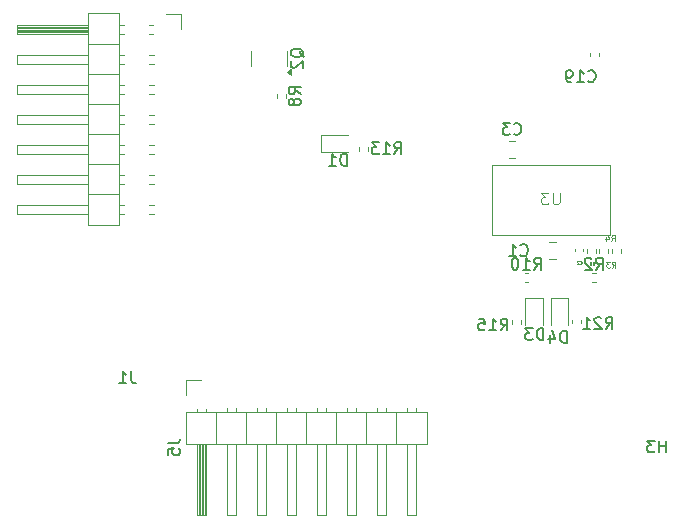
<source format=gbr>
%TF.GenerationSoftware,KiCad,Pcbnew,9.0.0-9.0.0-2~ubuntu22.04.1*%
%TF.CreationDate,2025-03-23T14:57:04+01:00*%
%TF.ProjectId,PCB_Module_Payement,5043425f-4d6f-4647-956c-655f50617965,rev?*%
%TF.SameCoordinates,Original*%
%TF.FileFunction,Legend,Bot*%
%TF.FilePolarity,Positive*%
%FSLAX46Y46*%
G04 Gerber Fmt 4.6, Leading zero omitted, Abs format (unit mm)*
G04 Created by KiCad (PCBNEW 9.0.0-9.0.0-2~ubuntu22.04.1) date 2025-03-23 14:57:04*
%MOMM*%
%LPD*%
G01*
G04 APERTURE LIST*
%ADD10C,0.150000*%
%ADD11C,0.125000*%
%ADD12C,0.100000*%
%ADD13C,0.062500*%
%ADD14C,0.120000*%
G04 APERTURE END LIST*
D10*
X182741904Y-125014819D02*
X182741904Y-124014819D01*
X182741904Y-124491009D02*
X182170476Y-124491009D01*
X182170476Y-125014819D02*
X182170476Y-124014819D01*
X181789523Y-124014819D02*
X181170476Y-124014819D01*
X181170476Y-124014819D02*
X181503809Y-124395771D01*
X181503809Y-124395771D02*
X181360952Y-124395771D01*
X181360952Y-124395771D02*
X181265714Y-124443390D01*
X181265714Y-124443390D02*
X181218095Y-124491009D01*
X181218095Y-124491009D02*
X181170476Y-124586247D01*
X181170476Y-124586247D02*
X181170476Y-124824342D01*
X181170476Y-124824342D02*
X181218095Y-124919580D01*
X181218095Y-124919580D02*
X181265714Y-124967200D01*
X181265714Y-124967200D02*
X181360952Y-125014819D01*
X181360952Y-125014819D02*
X181646666Y-125014819D01*
X181646666Y-125014819D02*
X181741904Y-124967200D01*
X181741904Y-124967200D02*
X181789523Y-124919580D01*
X168762857Y-114684819D02*
X169096190Y-114208628D01*
X169334285Y-114684819D02*
X169334285Y-113684819D01*
X169334285Y-113684819D02*
X168953333Y-113684819D01*
X168953333Y-113684819D02*
X168858095Y-113732438D01*
X168858095Y-113732438D02*
X168810476Y-113780057D01*
X168810476Y-113780057D02*
X168762857Y-113875295D01*
X168762857Y-113875295D02*
X168762857Y-114018152D01*
X168762857Y-114018152D02*
X168810476Y-114113390D01*
X168810476Y-114113390D02*
X168858095Y-114161009D01*
X168858095Y-114161009D02*
X168953333Y-114208628D01*
X168953333Y-114208628D02*
X169334285Y-114208628D01*
X167810476Y-114684819D02*
X168381904Y-114684819D01*
X168096190Y-114684819D02*
X168096190Y-113684819D01*
X168096190Y-113684819D02*
X168191428Y-113827676D01*
X168191428Y-113827676D02*
X168286666Y-113922914D01*
X168286666Y-113922914D02*
X168381904Y-113970533D01*
X166905714Y-113684819D02*
X167381904Y-113684819D01*
X167381904Y-113684819D02*
X167429523Y-114161009D01*
X167429523Y-114161009D02*
X167381904Y-114113390D01*
X167381904Y-114113390D02*
X167286666Y-114065771D01*
X167286666Y-114065771D02*
X167048571Y-114065771D01*
X167048571Y-114065771D02*
X166953333Y-114113390D01*
X166953333Y-114113390D02*
X166905714Y-114161009D01*
X166905714Y-114161009D02*
X166858095Y-114256247D01*
X166858095Y-114256247D02*
X166858095Y-114494342D01*
X166858095Y-114494342D02*
X166905714Y-114589580D01*
X166905714Y-114589580D02*
X166953333Y-114637200D01*
X166953333Y-114637200D02*
X167048571Y-114684819D01*
X167048571Y-114684819D02*
X167286666Y-114684819D01*
X167286666Y-114684819D02*
X167381904Y-114637200D01*
X167381904Y-114637200D02*
X167429523Y-114589580D01*
X176182857Y-93569580D02*
X176230476Y-93617200D01*
X176230476Y-93617200D02*
X176373333Y-93664819D01*
X176373333Y-93664819D02*
X176468571Y-93664819D01*
X176468571Y-93664819D02*
X176611428Y-93617200D01*
X176611428Y-93617200D02*
X176706666Y-93521961D01*
X176706666Y-93521961D02*
X176754285Y-93426723D01*
X176754285Y-93426723D02*
X176801904Y-93236247D01*
X176801904Y-93236247D02*
X176801904Y-93093390D01*
X176801904Y-93093390D02*
X176754285Y-92902914D01*
X176754285Y-92902914D02*
X176706666Y-92807676D01*
X176706666Y-92807676D02*
X176611428Y-92712438D01*
X176611428Y-92712438D02*
X176468571Y-92664819D01*
X176468571Y-92664819D02*
X176373333Y-92664819D01*
X176373333Y-92664819D02*
X176230476Y-92712438D01*
X176230476Y-92712438D02*
X176182857Y-92760057D01*
X175230476Y-93664819D02*
X175801904Y-93664819D01*
X175516190Y-93664819D02*
X175516190Y-92664819D01*
X175516190Y-92664819D02*
X175611428Y-92807676D01*
X175611428Y-92807676D02*
X175706666Y-92902914D01*
X175706666Y-92902914D02*
X175801904Y-92950533D01*
X174754285Y-93664819D02*
X174563809Y-93664819D01*
X174563809Y-93664819D02*
X174468571Y-93617200D01*
X174468571Y-93617200D02*
X174420952Y-93569580D01*
X174420952Y-93569580D02*
X174325714Y-93426723D01*
X174325714Y-93426723D02*
X174278095Y-93236247D01*
X174278095Y-93236247D02*
X174278095Y-92855295D01*
X174278095Y-92855295D02*
X174325714Y-92760057D01*
X174325714Y-92760057D02*
X174373333Y-92712438D01*
X174373333Y-92712438D02*
X174468571Y-92664819D01*
X174468571Y-92664819D02*
X174659047Y-92664819D01*
X174659047Y-92664819D02*
X174754285Y-92712438D01*
X174754285Y-92712438D02*
X174801904Y-92760057D01*
X174801904Y-92760057D02*
X174849523Y-92855295D01*
X174849523Y-92855295D02*
X174849523Y-93093390D01*
X174849523Y-93093390D02*
X174801904Y-93188628D01*
X174801904Y-93188628D02*
X174754285Y-93236247D01*
X174754285Y-93236247D02*
X174659047Y-93283866D01*
X174659047Y-93283866D02*
X174468571Y-93283866D01*
X174468571Y-93283866D02*
X174373333Y-93236247D01*
X174373333Y-93236247D02*
X174325714Y-93188628D01*
X174325714Y-93188628D02*
X174278095Y-93093390D01*
D11*
X178123333Y-107144809D02*
X178289999Y-106906714D01*
X178409047Y-107144809D02*
X178409047Y-106644809D01*
X178409047Y-106644809D02*
X178218571Y-106644809D01*
X178218571Y-106644809D02*
X178170952Y-106668619D01*
X178170952Y-106668619D02*
X178147142Y-106692428D01*
X178147142Y-106692428D02*
X178123333Y-106740047D01*
X178123333Y-106740047D02*
X178123333Y-106811476D01*
X178123333Y-106811476D02*
X178147142Y-106859095D01*
X178147142Y-106859095D02*
X178170952Y-106882904D01*
X178170952Y-106882904D02*
X178218571Y-106906714D01*
X178218571Y-106906714D02*
X178409047Y-106906714D01*
X177694761Y-106811476D02*
X177694761Y-107144809D01*
X177813809Y-106621000D02*
X177932856Y-106978142D01*
X177932856Y-106978142D02*
X177623333Y-106978142D01*
D10*
X159762857Y-99764819D02*
X160096190Y-99288628D01*
X160334285Y-99764819D02*
X160334285Y-98764819D01*
X160334285Y-98764819D02*
X159953333Y-98764819D01*
X159953333Y-98764819D02*
X159858095Y-98812438D01*
X159858095Y-98812438D02*
X159810476Y-98860057D01*
X159810476Y-98860057D02*
X159762857Y-98955295D01*
X159762857Y-98955295D02*
X159762857Y-99098152D01*
X159762857Y-99098152D02*
X159810476Y-99193390D01*
X159810476Y-99193390D02*
X159858095Y-99241009D01*
X159858095Y-99241009D02*
X159953333Y-99288628D01*
X159953333Y-99288628D02*
X160334285Y-99288628D01*
X158810476Y-99764819D02*
X159381904Y-99764819D01*
X159096190Y-99764819D02*
X159096190Y-98764819D01*
X159096190Y-98764819D02*
X159191428Y-98907676D01*
X159191428Y-98907676D02*
X159286666Y-99002914D01*
X159286666Y-99002914D02*
X159381904Y-99050533D01*
X158477142Y-98764819D02*
X157858095Y-98764819D01*
X157858095Y-98764819D02*
X158191428Y-99145771D01*
X158191428Y-99145771D02*
X158048571Y-99145771D01*
X158048571Y-99145771D02*
X157953333Y-99193390D01*
X157953333Y-99193390D02*
X157905714Y-99241009D01*
X157905714Y-99241009D02*
X157858095Y-99336247D01*
X157858095Y-99336247D02*
X157858095Y-99574342D01*
X157858095Y-99574342D02*
X157905714Y-99669580D01*
X157905714Y-99669580D02*
X157953333Y-99717200D01*
X157953333Y-99717200D02*
X158048571Y-99764819D01*
X158048571Y-99764819D02*
X158334285Y-99764819D01*
X158334285Y-99764819D02*
X158429523Y-99717200D01*
X158429523Y-99717200D02*
X158477142Y-99669580D01*
D12*
X173751904Y-103017419D02*
X173751904Y-103826942D01*
X173751904Y-103826942D02*
X173704285Y-103922180D01*
X173704285Y-103922180D02*
X173656666Y-103969800D01*
X173656666Y-103969800D02*
X173561428Y-104017419D01*
X173561428Y-104017419D02*
X173370952Y-104017419D01*
X173370952Y-104017419D02*
X173275714Y-103969800D01*
X173275714Y-103969800D02*
X173228095Y-103922180D01*
X173228095Y-103922180D02*
X173180476Y-103826942D01*
X173180476Y-103826942D02*
X173180476Y-103017419D01*
X172799523Y-103017419D02*
X172180476Y-103017419D01*
X172180476Y-103017419D02*
X172513809Y-103398371D01*
X172513809Y-103398371D02*
X172370952Y-103398371D01*
X172370952Y-103398371D02*
X172275714Y-103445990D01*
X172275714Y-103445990D02*
X172228095Y-103493609D01*
X172228095Y-103493609D02*
X172180476Y-103588847D01*
X172180476Y-103588847D02*
X172180476Y-103826942D01*
X172180476Y-103826942D02*
X172228095Y-103922180D01*
X172228095Y-103922180D02*
X172275714Y-103969800D01*
X172275714Y-103969800D02*
X172370952Y-104017419D01*
X172370952Y-104017419D02*
X172656666Y-104017419D01*
X172656666Y-104017419D02*
X172751904Y-103969800D01*
X172751904Y-103969800D02*
X172799523Y-103922180D01*
D10*
X172368094Y-115504819D02*
X172368094Y-114504819D01*
X172368094Y-114504819D02*
X172129999Y-114504819D01*
X172129999Y-114504819D02*
X171987142Y-114552438D01*
X171987142Y-114552438D02*
X171891904Y-114647676D01*
X171891904Y-114647676D02*
X171844285Y-114742914D01*
X171844285Y-114742914D02*
X171796666Y-114933390D01*
X171796666Y-114933390D02*
X171796666Y-115076247D01*
X171796666Y-115076247D02*
X171844285Y-115266723D01*
X171844285Y-115266723D02*
X171891904Y-115361961D01*
X171891904Y-115361961D02*
X171987142Y-115457200D01*
X171987142Y-115457200D02*
X172129999Y-115504819D01*
X172129999Y-115504819D02*
X172368094Y-115504819D01*
X171463332Y-114504819D02*
X170844285Y-114504819D01*
X170844285Y-114504819D02*
X171177618Y-114885771D01*
X171177618Y-114885771D02*
X171034761Y-114885771D01*
X171034761Y-114885771D02*
X170939523Y-114933390D01*
X170939523Y-114933390D02*
X170891904Y-114981009D01*
X170891904Y-114981009D02*
X170844285Y-115076247D01*
X170844285Y-115076247D02*
X170844285Y-115314342D01*
X170844285Y-115314342D02*
X170891904Y-115409580D01*
X170891904Y-115409580D02*
X170939523Y-115457200D01*
X170939523Y-115457200D02*
X171034761Y-115504819D01*
X171034761Y-115504819D02*
X171320475Y-115504819D01*
X171320475Y-115504819D02*
X171415713Y-115457200D01*
X171415713Y-115457200D02*
X171463332Y-115409580D01*
X151824819Y-94683333D02*
X151348628Y-94350000D01*
X151824819Y-94111905D02*
X150824819Y-94111905D01*
X150824819Y-94111905D02*
X150824819Y-94492857D01*
X150824819Y-94492857D02*
X150872438Y-94588095D01*
X150872438Y-94588095D02*
X150920057Y-94635714D01*
X150920057Y-94635714D02*
X151015295Y-94683333D01*
X151015295Y-94683333D02*
X151158152Y-94683333D01*
X151158152Y-94683333D02*
X151253390Y-94635714D01*
X151253390Y-94635714D02*
X151301009Y-94588095D01*
X151301009Y-94588095D02*
X151348628Y-94492857D01*
X151348628Y-94492857D02*
X151348628Y-94111905D01*
X151253390Y-95254762D02*
X151205771Y-95159524D01*
X151205771Y-95159524D02*
X151158152Y-95111905D01*
X151158152Y-95111905D02*
X151062914Y-95064286D01*
X151062914Y-95064286D02*
X151015295Y-95064286D01*
X151015295Y-95064286D02*
X150920057Y-95111905D01*
X150920057Y-95111905D02*
X150872438Y-95159524D01*
X150872438Y-95159524D02*
X150824819Y-95254762D01*
X150824819Y-95254762D02*
X150824819Y-95445238D01*
X150824819Y-95445238D02*
X150872438Y-95540476D01*
X150872438Y-95540476D02*
X150920057Y-95588095D01*
X150920057Y-95588095D02*
X151015295Y-95635714D01*
X151015295Y-95635714D02*
X151062914Y-95635714D01*
X151062914Y-95635714D02*
X151158152Y-95588095D01*
X151158152Y-95588095D02*
X151205771Y-95540476D01*
X151205771Y-95540476D02*
X151253390Y-95445238D01*
X151253390Y-95445238D02*
X151253390Y-95254762D01*
X151253390Y-95254762D02*
X151301009Y-95159524D01*
X151301009Y-95159524D02*
X151348628Y-95111905D01*
X151348628Y-95111905D02*
X151443866Y-95064286D01*
X151443866Y-95064286D02*
X151634342Y-95064286D01*
X151634342Y-95064286D02*
X151729580Y-95111905D01*
X151729580Y-95111905D02*
X151777200Y-95159524D01*
X151777200Y-95159524D02*
X151824819Y-95254762D01*
X151824819Y-95254762D02*
X151824819Y-95445238D01*
X151824819Y-95445238D02*
X151777200Y-95540476D01*
X151777200Y-95540476D02*
X151729580Y-95588095D01*
X151729580Y-95588095D02*
X151634342Y-95635714D01*
X151634342Y-95635714D02*
X151443866Y-95635714D01*
X151443866Y-95635714D02*
X151348628Y-95588095D01*
X151348628Y-95588095D02*
X151301009Y-95540476D01*
X151301009Y-95540476D02*
X151253390Y-95445238D01*
D13*
X176541666Y-109122404D02*
X176624999Y-109003357D01*
X176684523Y-109122404D02*
X176684523Y-108872404D01*
X176684523Y-108872404D02*
X176589285Y-108872404D01*
X176589285Y-108872404D02*
X176565475Y-108884309D01*
X176565475Y-108884309D02*
X176553570Y-108896214D01*
X176553570Y-108896214D02*
X176541666Y-108920023D01*
X176541666Y-108920023D02*
X176541666Y-108955738D01*
X176541666Y-108955738D02*
X176553570Y-108979547D01*
X176553570Y-108979547D02*
X176565475Y-108991452D01*
X176565475Y-108991452D02*
X176589285Y-109003357D01*
X176589285Y-109003357D02*
X176684523Y-109003357D01*
X176315475Y-108872404D02*
X176434523Y-108872404D01*
X176434523Y-108872404D02*
X176446427Y-108991452D01*
X176446427Y-108991452D02*
X176434523Y-108979547D01*
X176434523Y-108979547D02*
X176410713Y-108967642D01*
X176410713Y-108967642D02*
X176351189Y-108967642D01*
X176351189Y-108967642D02*
X176327380Y-108979547D01*
X176327380Y-108979547D02*
X176315475Y-108991452D01*
X176315475Y-108991452D02*
X176303570Y-109015261D01*
X176303570Y-109015261D02*
X176303570Y-109074785D01*
X176303570Y-109074785D02*
X176315475Y-109098595D01*
X176315475Y-109098595D02*
X176327380Y-109110500D01*
X176327380Y-109110500D02*
X176351189Y-109122404D01*
X176351189Y-109122404D02*
X176410713Y-109122404D01*
X176410713Y-109122404D02*
X176434523Y-109110500D01*
X176434523Y-109110500D02*
X176446427Y-109098595D01*
D10*
X169876666Y-98029580D02*
X169924285Y-98077200D01*
X169924285Y-98077200D02*
X170067142Y-98124819D01*
X170067142Y-98124819D02*
X170162380Y-98124819D01*
X170162380Y-98124819D02*
X170305237Y-98077200D01*
X170305237Y-98077200D02*
X170400475Y-97981961D01*
X170400475Y-97981961D02*
X170448094Y-97886723D01*
X170448094Y-97886723D02*
X170495713Y-97696247D01*
X170495713Y-97696247D02*
X170495713Y-97553390D01*
X170495713Y-97553390D02*
X170448094Y-97362914D01*
X170448094Y-97362914D02*
X170400475Y-97267676D01*
X170400475Y-97267676D02*
X170305237Y-97172438D01*
X170305237Y-97172438D02*
X170162380Y-97124819D01*
X170162380Y-97124819D02*
X170067142Y-97124819D01*
X170067142Y-97124819D02*
X169924285Y-97172438D01*
X169924285Y-97172438D02*
X169876666Y-97220057D01*
X169543332Y-97124819D02*
X168924285Y-97124819D01*
X168924285Y-97124819D02*
X169257618Y-97505771D01*
X169257618Y-97505771D02*
X169114761Y-97505771D01*
X169114761Y-97505771D02*
X169019523Y-97553390D01*
X169019523Y-97553390D02*
X168971904Y-97601009D01*
X168971904Y-97601009D02*
X168924285Y-97696247D01*
X168924285Y-97696247D02*
X168924285Y-97934342D01*
X168924285Y-97934342D02*
X168971904Y-98029580D01*
X168971904Y-98029580D02*
X169019523Y-98077200D01*
X169019523Y-98077200D02*
X169114761Y-98124819D01*
X169114761Y-98124819D02*
X169400475Y-98124819D01*
X169400475Y-98124819D02*
X169495713Y-98077200D01*
X169495713Y-98077200D02*
X169543332Y-98029580D01*
X152100057Y-91567261D02*
X152052438Y-91472023D01*
X152052438Y-91472023D02*
X151957200Y-91376785D01*
X151957200Y-91376785D02*
X151814342Y-91233928D01*
X151814342Y-91233928D02*
X151766723Y-91138690D01*
X151766723Y-91138690D02*
X151766723Y-91043452D01*
X152004819Y-91091071D02*
X151957200Y-90995833D01*
X151957200Y-90995833D02*
X151861961Y-90900595D01*
X151861961Y-90900595D02*
X151671485Y-90852976D01*
X151671485Y-90852976D02*
X151338152Y-90852976D01*
X151338152Y-90852976D02*
X151147676Y-90900595D01*
X151147676Y-90900595D02*
X151052438Y-90995833D01*
X151052438Y-90995833D02*
X151004819Y-91091071D01*
X151004819Y-91091071D02*
X151004819Y-91281547D01*
X151004819Y-91281547D02*
X151052438Y-91376785D01*
X151052438Y-91376785D02*
X151147676Y-91472023D01*
X151147676Y-91472023D02*
X151338152Y-91519642D01*
X151338152Y-91519642D02*
X151671485Y-91519642D01*
X151671485Y-91519642D02*
X151861961Y-91472023D01*
X151861961Y-91472023D02*
X151957200Y-91376785D01*
X151957200Y-91376785D02*
X152004819Y-91281547D01*
X152004819Y-91281547D02*
X152004819Y-91091071D01*
X151100057Y-91900595D02*
X151052438Y-91948214D01*
X151052438Y-91948214D02*
X151004819Y-92043452D01*
X151004819Y-92043452D02*
X151004819Y-92281547D01*
X151004819Y-92281547D02*
X151052438Y-92376785D01*
X151052438Y-92376785D02*
X151100057Y-92424404D01*
X151100057Y-92424404D02*
X151195295Y-92472023D01*
X151195295Y-92472023D02*
X151290533Y-92472023D01*
X151290533Y-92472023D02*
X151433390Y-92424404D01*
X151433390Y-92424404D02*
X152004819Y-91852976D01*
X152004819Y-91852976D02*
X152004819Y-92472023D01*
X171592857Y-109534819D02*
X171926190Y-109058628D01*
X172164285Y-109534819D02*
X172164285Y-108534819D01*
X172164285Y-108534819D02*
X171783333Y-108534819D01*
X171783333Y-108534819D02*
X171688095Y-108582438D01*
X171688095Y-108582438D02*
X171640476Y-108630057D01*
X171640476Y-108630057D02*
X171592857Y-108725295D01*
X171592857Y-108725295D02*
X171592857Y-108868152D01*
X171592857Y-108868152D02*
X171640476Y-108963390D01*
X171640476Y-108963390D02*
X171688095Y-109011009D01*
X171688095Y-109011009D02*
X171783333Y-109058628D01*
X171783333Y-109058628D02*
X172164285Y-109058628D01*
X170640476Y-109534819D02*
X171211904Y-109534819D01*
X170926190Y-109534819D02*
X170926190Y-108534819D01*
X170926190Y-108534819D02*
X171021428Y-108677676D01*
X171021428Y-108677676D02*
X171116666Y-108772914D01*
X171116666Y-108772914D02*
X171211904Y-108820533D01*
X170021428Y-108534819D02*
X169926190Y-108534819D01*
X169926190Y-108534819D02*
X169830952Y-108582438D01*
X169830952Y-108582438D02*
X169783333Y-108630057D01*
X169783333Y-108630057D02*
X169735714Y-108725295D01*
X169735714Y-108725295D02*
X169688095Y-108915771D01*
X169688095Y-108915771D02*
X169688095Y-109153866D01*
X169688095Y-109153866D02*
X169735714Y-109344342D01*
X169735714Y-109344342D02*
X169783333Y-109439580D01*
X169783333Y-109439580D02*
X169830952Y-109487200D01*
X169830952Y-109487200D02*
X169926190Y-109534819D01*
X169926190Y-109534819D02*
X170021428Y-109534819D01*
X170021428Y-109534819D02*
X170116666Y-109487200D01*
X170116666Y-109487200D02*
X170164285Y-109439580D01*
X170164285Y-109439580D02*
X170211904Y-109344342D01*
X170211904Y-109344342D02*
X170259523Y-109153866D01*
X170259523Y-109153866D02*
X170259523Y-108915771D01*
X170259523Y-108915771D02*
X170211904Y-108725295D01*
X170211904Y-108725295D02*
X170164285Y-108630057D01*
X170164285Y-108630057D02*
X170116666Y-108582438D01*
X170116666Y-108582438D02*
X170021428Y-108534819D01*
X137478333Y-118159819D02*
X137478333Y-118874104D01*
X137478333Y-118874104D02*
X137525952Y-119016961D01*
X137525952Y-119016961D02*
X137621190Y-119112200D01*
X137621190Y-119112200D02*
X137764047Y-119159819D01*
X137764047Y-119159819D02*
X137859285Y-119159819D01*
X136478333Y-119159819D02*
X137049761Y-119159819D01*
X136764047Y-119159819D02*
X136764047Y-118159819D01*
X136764047Y-118159819D02*
X136859285Y-118302676D01*
X136859285Y-118302676D02*
X136954523Y-118397914D01*
X136954523Y-118397914D02*
X137049761Y-118445533D01*
X140594819Y-124246666D02*
X141309104Y-124246666D01*
X141309104Y-124246666D02*
X141451961Y-124199047D01*
X141451961Y-124199047D02*
X141547200Y-124103809D01*
X141547200Y-124103809D02*
X141594819Y-123960952D01*
X141594819Y-123960952D02*
X141594819Y-123865714D01*
X140594819Y-125199047D02*
X140594819Y-124722857D01*
X140594819Y-124722857D02*
X141071009Y-124675238D01*
X141071009Y-124675238D02*
X141023390Y-124722857D01*
X141023390Y-124722857D02*
X140975771Y-124818095D01*
X140975771Y-124818095D02*
X140975771Y-125056190D01*
X140975771Y-125056190D02*
X141023390Y-125151428D01*
X141023390Y-125151428D02*
X141071009Y-125199047D01*
X141071009Y-125199047D02*
X141166247Y-125246666D01*
X141166247Y-125246666D02*
X141404342Y-125246666D01*
X141404342Y-125246666D02*
X141499580Y-125199047D01*
X141499580Y-125199047D02*
X141547200Y-125151428D01*
X141547200Y-125151428D02*
X141594819Y-125056190D01*
X141594819Y-125056190D02*
X141594819Y-124818095D01*
X141594819Y-124818095D02*
X141547200Y-124722857D01*
X141547200Y-124722857D02*
X141499580Y-124675238D01*
X155738094Y-100734819D02*
X155738094Y-99734819D01*
X155738094Y-99734819D02*
X155499999Y-99734819D01*
X155499999Y-99734819D02*
X155357142Y-99782438D01*
X155357142Y-99782438D02*
X155261904Y-99877676D01*
X155261904Y-99877676D02*
X155214285Y-99972914D01*
X155214285Y-99972914D02*
X155166666Y-100163390D01*
X155166666Y-100163390D02*
X155166666Y-100306247D01*
X155166666Y-100306247D02*
X155214285Y-100496723D01*
X155214285Y-100496723D02*
X155261904Y-100591961D01*
X155261904Y-100591961D02*
X155357142Y-100687200D01*
X155357142Y-100687200D02*
X155499999Y-100734819D01*
X155499999Y-100734819D02*
X155738094Y-100734819D01*
X154214285Y-100734819D02*
X154785713Y-100734819D01*
X154499999Y-100734819D02*
X154499999Y-99734819D01*
X154499999Y-99734819D02*
X154595237Y-99877676D01*
X154595237Y-99877676D02*
X154690475Y-99972914D01*
X154690475Y-99972914D02*
X154785713Y-100020533D01*
D11*
X178193333Y-109364809D02*
X178359999Y-109126714D01*
X178479047Y-109364809D02*
X178479047Y-108864809D01*
X178479047Y-108864809D02*
X178288571Y-108864809D01*
X178288571Y-108864809D02*
X178240952Y-108888619D01*
X178240952Y-108888619D02*
X178217142Y-108912428D01*
X178217142Y-108912428D02*
X178193333Y-108960047D01*
X178193333Y-108960047D02*
X178193333Y-109031476D01*
X178193333Y-109031476D02*
X178217142Y-109079095D01*
X178217142Y-109079095D02*
X178240952Y-109102904D01*
X178240952Y-109102904D02*
X178288571Y-109126714D01*
X178288571Y-109126714D02*
X178479047Y-109126714D01*
X178026666Y-108864809D02*
X177717142Y-108864809D01*
X177717142Y-108864809D02*
X177883809Y-109055285D01*
X177883809Y-109055285D02*
X177812380Y-109055285D01*
X177812380Y-109055285D02*
X177764761Y-109079095D01*
X177764761Y-109079095D02*
X177740952Y-109102904D01*
X177740952Y-109102904D02*
X177717142Y-109150523D01*
X177717142Y-109150523D02*
X177717142Y-109269571D01*
X177717142Y-109269571D02*
X177740952Y-109317190D01*
X177740952Y-109317190D02*
X177764761Y-109341000D01*
X177764761Y-109341000D02*
X177812380Y-109364809D01*
X177812380Y-109364809D02*
X177955237Y-109364809D01*
X177955237Y-109364809D02*
X178002856Y-109341000D01*
X178002856Y-109341000D02*
X178026666Y-109317190D01*
D10*
X176816666Y-109534819D02*
X177149999Y-109058628D01*
X177388094Y-109534819D02*
X177388094Y-108534819D01*
X177388094Y-108534819D02*
X177007142Y-108534819D01*
X177007142Y-108534819D02*
X176911904Y-108582438D01*
X176911904Y-108582438D02*
X176864285Y-108630057D01*
X176864285Y-108630057D02*
X176816666Y-108725295D01*
X176816666Y-108725295D02*
X176816666Y-108868152D01*
X176816666Y-108868152D02*
X176864285Y-108963390D01*
X176864285Y-108963390D02*
X176911904Y-109011009D01*
X176911904Y-109011009D02*
X177007142Y-109058628D01*
X177007142Y-109058628D02*
X177388094Y-109058628D01*
X176435713Y-108630057D02*
X176388094Y-108582438D01*
X176388094Y-108582438D02*
X176292856Y-108534819D01*
X176292856Y-108534819D02*
X176054761Y-108534819D01*
X176054761Y-108534819D02*
X175959523Y-108582438D01*
X175959523Y-108582438D02*
X175911904Y-108630057D01*
X175911904Y-108630057D02*
X175864285Y-108725295D01*
X175864285Y-108725295D02*
X175864285Y-108820533D01*
X175864285Y-108820533D02*
X175911904Y-108963390D01*
X175911904Y-108963390D02*
X176483332Y-109534819D01*
X176483332Y-109534819D02*
X175864285Y-109534819D01*
X170436666Y-108309580D02*
X170484285Y-108357200D01*
X170484285Y-108357200D02*
X170627142Y-108404819D01*
X170627142Y-108404819D02*
X170722380Y-108404819D01*
X170722380Y-108404819D02*
X170865237Y-108357200D01*
X170865237Y-108357200D02*
X170960475Y-108261961D01*
X170960475Y-108261961D02*
X171008094Y-108166723D01*
X171008094Y-108166723D02*
X171055713Y-107976247D01*
X171055713Y-107976247D02*
X171055713Y-107833390D01*
X171055713Y-107833390D02*
X171008094Y-107642914D01*
X171008094Y-107642914D02*
X170960475Y-107547676D01*
X170960475Y-107547676D02*
X170865237Y-107452438D01*
X170865237Y-107452438D02*
X170722380Y-107404819D01*
X170722380Y-107404819D02*
X170627142Y-107404819D01*
X170627142Y-107404819D02*
X170484285Y-107452438D01*
X170484285Y-107452438D02*
X170436666Y-107500057D01*
X169484285Y-108404819D02*
X170055713Y-108404819D01*
X169769999Y-108404819D02*
X169769999Y-107404819D01*
X169769999Y-107404819D02*
X169865237Y-107547676D01*
X169865237Y-107547676D02*
X169960475Y-107642914D01*
X169960475Y-107642914D02*
X170055713Y-107690533D01*
X177652857Y-114554819D02*
X177986190Y-114078628D01*
X178224285Y-114554819D02*
X178224285Y-113554819D01*
X178224285Y-113554819D02*
X177843333Y-113554819D01*
X177843333Y-113554819D02*
X177748095Y-113602438D01*
X177748095Y-113602438D02*
X177700476Y-113650057D01*
X177700476Y-113650057D02*
X177652857Y-113745295D01*
X177652857Y-113745295D02*
X177652857Y-113888152D01*
X177652857Y-113888152D02*
X177700476Y-113983390D01*
X177700476Y-113983390D02*
X177748095Y-114031009D01*
X177748095Y-114031009D02*
X177843333Y-114078628D01*
X177843333Y-114078628D02*
X178224285Y-114078628D01*
X177271904Y-113650057D02*
X177224285Y-113602438D01*
X177224285Y-113602438D02*
X177129047Y-113554819D01*
X177129047Y-113554819D02*
X176890952Y-113554819D01*
X176890952Y-113554819D02*
X176795714Y-113602438D01*
X176795714Y-113602438D02*
X176748095Y-113650057D01*
X176748095Y-113650057D02*
X176700476Y-113745295D01*
X176700476Y-113745295D02*
X176700476Y-113840533D01*
X176700476Y-113840533D02*
X176748095Y-113983390D01*
X176748095Y-113983390D02*
X177319523Y-114554819D01*
X177319523Y-114554819D02*
X176700476Y-114554819D01*
X175748095Y-114554819D02*
X176319523Y-114554819D01*
X176033809Y-114554819D02*
X176033809Y-113554819D01*
X176033809Y-113554819D02*
X176129047Y-113697676D01*
X176129047Y-113697676D02*
X176224285Y-113792914D01*
X176224285Y-113792914D02*
X176319523Y-113840533D01*
X174338094Y-115734819D02*
X174338094Y-114734819D01*
X174338094Y-114734819D02*
X174099999Y-114734819D01*
X174099999Y-114734819D02*
X173957142Y-114782438D01*
X173957142Y-114782438D02*
X173861904Y-114877676D01*
X173861904Y-114877676D02*
X173814285Y-114972914D01*
X173814285Y-114972914D02*
X173766666Y-115163390D01*
X173766666Y-115163390D02*
X173766666Y-115306247D01*
X173766666Y-115306247D02*
X173814285Y-115496723D01*
X173814285Y-115496723D02*
X173861904Y-115591961D01*
X173861904Y-115591961D02*
X173957142Y-115687200D01*
X173957142Y-115687200D02*
X174099999Y-115734819D01*
X174099999Y-115734819D02*
X174338094Y-115734819D01*
X172909523Y-115068152D02*
X172909523Y-115734819D01*
X173147618Y-114687200D02*
X173385713Y-115401485D01*
X173385713Y-115401485D02*
X172766666Y-115401485D01*
D13*
X175451666Y-109038595D02*
X175463570Y-109050500D01*
X175463570Y-109050500D02*
X175499285Y-109062404D01*
X175499285Y-109062404D02*
X175523094Y-109062404D01*
X175523094Y-109062404D02*
X175558808Y-109050500D01*
X175558808Y-109050500D02*
X175582618Y-109026690D01*
X175582618Y-109026690D02*
X175594523Y-109002880D01*
X175594523Y-109002880D02*
X175606427Y-108955261D01*
X175606427Y-108955261D02*
X175606427Y-108919547D01*
X175606427Y-108919547D02*
X175594523Y-108871928D01*
X175594523Y-108871928D02*
X175582618Y-108848119D01*
X175582618Y-108848119D02*
X175558808Y-108824309D01*
X175558808Y-108824309D02*
X175523094Y-108812404D01*
X175523094Y-108812404D02*
X175499285Y-108812404D01*
X175499285Y-108812404D02*
X175463570Y-108824309D01*
X175463570Y-108824309D02*
X175451666Y-108836214D01*
X175356427Y-108836214D02*
X175344523Y-108824309D01*
X175344523Y-108824309D02*
X175320713Y-108812404D01*
X175320713Y-108812404D02*
X175261189Y-108812404D01*
X175261189Y-108812404D02*
X175237380Y-108824309D01*
X175237380Y-108824309D02*
X175225475Y-108836214D01*
X175225475Y-108836214D02*
X175213570Y-108860023D01*
X175213570Y-108860023D02*
X175213570Y-108883833D01*
X175213570Y-108883833D02*
X175225475Y-108919547D01*
X175225475Y-108919547D02*
X175368332Y-109062404D01*
X175368332Y-109062404D02*
X175213570Y-109062404D01*
D14*
%TO.C,R15*%
X169720000Y-113846359D02*
X169720000Y-114153641D01*
X170480000Y-113846359D02*
X170480000Y-114153641D01*
%TO.C,C19*%
X176340000Y-91242164D02*
X176340000Y-91457836D01*
X177060000Y-91242164D02*
X177060000Y-91457836D01*
%TO.C,R4*%
X177120000Y-108103641D02*
X177120000Y-107796359D01*
X177880000Y-108103641D02*
X177880000Y-107796359D01*
%TO.C,R13*%
X156770000Y-99463641D02*
X156770000Y-99156359D01*
X157530000Y-99463641D02*
X157530000Y-99156359D01*
%TO.C,U3*%
D12*
X168000000Y-100650000D02*
X178000000Y-100650000D01*
X178000000Y-106650000D01*
X168000000Y-106650000D01*
X168000000Y-100650000D01*
D14*
%TO.C,D3*%
X170865000Y-111965000D02*
X172335000Y-111965000D01*
X170865000Y-114250000D02*
X170865000Y-111965000D01*
X172335000Y-111965000D02*
X172335000Y-114250000D01*
%TO.C,R8*%
X149820000Y-95003641D02*
X149820000Y-94696359D01*
X150580000Y-95003641D02*
X150580000Y-94696359D01*
%TO.C,R5*%
X176070000Y-107796359D02*
X176070000Y-108103641D01*
X176830000Y-107796359D02*
X176830000Y-108103641D01*
%TO.C,C3*%
X169488748Y-98615000D02*
X170011252Y-98615000D01*
X169488748Y-100085000D02*
X170011252Y-100085000D01*
%TO.C,Q2*%
X147590000Y-91662500D02*
X147590000Y-91012500D01*
X147590000Y-91662500D02*
X147590000Y-92312500D01*
X150710000Y-91662500D02*
X150710000Y-91012500D01*
X150710000Y-91662500D02*
X150710000Y-92312500D01*
X150990000Y-93065000D02*
X150660000Y-92825000D01*
X150990000Y-92585000D01*
X150990000Y-93065000D01*
G36*
X150990000Y-93065000D02*
G01*
X150660000Y-92825000D01*
X150990000Y-92585000D01*
X150990000Y-93065000D01*
G37*
%TO.C,R10*%
X171103641Y-109870000D02*
X170796359Y-109870000D01*
X171103641Y-110630000D02*
X170796359Y-110630000D01*
%TO.C,J1*%
X127810000Y-88795000D02*
X127810000Y-89555000D01*
X127810000Y-89555000D02*
X133810000Y-89555000D01*
X127810000Y-91335000D02*
X127810000Y-92095000D01*
X127810000Y-92095000D02*
X133810000Y-92095000D01*
X127810000Y-93875000D02*
X127810000Y-94635000D01*
X127810000Y-94635000D02*
X133810000Y-94635000D01*
X127810000Y-96415000D02*
X127810000Y-97175000D01*
X127810000Y-97175000D02*
X133810000Y-97175000D01*
X127810000Y-98955000D02*
X127810000Y-99715000D01*
X127810000Y-99715000D02*
X133810000Y-99715000D01*
X127810000Y-101495000D02*
X127810000Y-102255000D01*
X127810000Y-102255000D02*
X133810000Y-102255000D01*
X127810000Y-104035000D02*
X127810000Y-104795000D01*
X127810000Y-104795000D02*
X133810000Y-104795000D01*
X133810000Y-87845000D02*
X136470000Y-87845000D01*
X133810000Y-88795000D02*
X127810000Y-88795000D01*
X133810000Y-88855000D02*
X127810000Y-88855000D01*
X133810000Y-88975000D02*
X127810000Y-88975000D01*
X133810000Y-89095000D02*
X127810000Y-89095000D01*
X133810000Y-89215000D02*
X127810000Y-89215000D01*
X133810000Y-89335000D02*
X127810000Y-89335000D01*
X133810000Y-89455000D02*
X127810000Y-89455000D01*
X133810000Y-91335000D02*
X127810000Y-91335000D01*
X133810000Y-93875000D02*
X127810000Y-93875000D01*
X133810000Y-96415000D02*
X127810000Y-96415000D01*
X133810000Y-98955000D02*
X127810000Y-98955000D01*
X133810000Y-101495000D02*
X127810000Y-101495000D01*
X133810000Y-104035000D02*
X127810000Y-104035000D01*
X133810000Y-105745000D02*
X133810000Y-87845000D01*
X136470000Y-87845000D02*
X136470000Y-105745000D01*
X136470000Y-90445000D02*
X133810000Y-90445000D01*
X136470000Y-92985000D02*
X133810000Y-92985000D01*
X136470000Y-95525000D02*
X133810000Y-95525000D01*
X136470000Y-98065000D02*
X133810000Y-98065000D01*
X136470000Y-100605000D02*
X133810000Y-100605000D01*
X136470000Y-103145000D02*
X133810000Y-103145000D01*
X136470000Y-105745000D02*
X133810000Y-105745000D01*
X136867071Y-88795000D02*
X136470000Y-88795000D01*
X136867071Y-89555000D02*
X136470000Y-89555000D01*
X136867071Y-91335000D02*
X136470000Y-91335000D01*
X136867071Y-92095000D02*
X136470000Y-92095000D01*
X136867071Y-93875000D02*
X136470000Y-93875000D01*
X136867071Y-94635000D02*
X136470000Y-94635000D01*
X136867071Y-96415000D02*
X136470000Y-96415000D01*
X136867071Y-97175000D02*
X136470000Y-97175000D01*
X136867071Y-98955000D02*
X136470000Y-98955000D01*
X136867071Y-99715000D02*
X136470000Y-99715000D01*
X136867071Y-101495000D02*
X136470000Y-101495000D01*
X136867071Y-102255000D02*
X136470000Y-102255000D01*
X136867071Y-104035000D02*
X136470000Y-104035000D01*
X136867071Y-104795000D02*
X136470000Y-104795000D01*
X139340000Y-88795000D02*
X138952929Y-88795000D01*
X139340000Y-89555000D02*
X138952929Y-89555000D01*
X139407071Y-91335000D02*
X138952929Y-91335000D01*
X139407071Y-92095000D02*
X138952929Y-92095000D01*
X139407071Y-93875000D02*
X138952929Y-93875000D01*
X139407071Y-94635000D02*
X138952929Y-94635000D01*
X139407071Y-96415000D02*
X138952929Y-96415000D01*
X139407071Y-97175000D02*
X138952929Y-97175000D01*
X139407071Y-98955000D02*
X138952929Y-98955000D01*
X139407071Y-99715000D02*
X138952929Y-99715000D01*
X139407071Y-101495000D02*
X138952929Y-101495000D01*
X139407071Y-102255000D02*
X138952929Y-102255000D01*
X139407071Y-104035000D02*
X138952929Y-104035000D01*
X139407071Y-104795000D02*
X138952929Y-104795000D01*
X141720000Y-87905000D02*
X140450000Y-87905000D01*
X141720000Y-89175000D02*
X141720000Y-87905000D01*
%TO.C,J5*%
X142080000Y-121635000D02*
X162520000Y-121635000D01*
X142080000Y-124295000D02*
X142080000Y-121635000D01*
X142140000Y-118925000D02*
X142140000Y-120195000D01*
X143030000Y-121305000D02*
X143030000Y-121635000D01*
X143030000Y-124295000D02*
X143030000Y-130295000D01*
X143030000Y-130295000D02*
X143790000Y-130295000D01*
X143090000Y-124295000D02*
X143090000Y-130295000D01*
X143210000Y-124295000D02*
X143210000Y-130295000D01*
X143330000Y-124295000D02*
X143330000Y-130295000D01*
X143410000Y-118925000D02*
X142140000Y-118925000D01*
X143450000Y-124295000D02*
X143450000Y-130295000D01*
X143570000Y-124295000D02*
X143570000Y-130295000D01*
X143690000Y-124295000D02*
X143690000Y-130295000D01*
X143790000Y-121305000D02*
X143790000Y-121635000D01*
X143790000Y-130295000D02*
X143790000Y-124295000D01*
X144680000Y-121635000D02*
X144680000Y-124295000D01*
X145570000Y-121237929D02*
X145570000Y-121635000D01*
X145570000Y-124295000D02*
X145570000Y-130295000D01*
X145570000Y-130295000D02*
X146330000Y-130295000D01*
X146330000Y-121237929D02*
X146330000Y-121635000D01*
X146330000Y-130295000D02*
X146330000Y-124295000D01*
X147220000Y-121635000D02*
X147220000Y-124295000D01*
X148110000Y-121237929D02*
X148110000Y-121635000D01*
X148110000Y-124295000D02*
X148110000Y-130295000D01*
X148110000Y-130295000D02*
X148870000Y-130295000D01*
X148870000Y-121237929D02*
X148870000Y-121635000D01*
X148870000Y-130295000D02*
X148870000Y-124295000D01*
X149760000Y-121635000D02*
X149760000Y-124295000D01*
X150650000Y-121237929D02*
X150650000Y-121635000D01*
X150650000Y-124295000D02*
X150650000Y-130295000D01*
X150650000Y-130295000D02*
X151410000Y-130295000D01*
X151410000Y-121237929D02*
X151410000Y-121635000D01*
X151410000Y-130295000D02*
X151410000Y-124295000D01*
X152300000Y-121635000D02*
X152300000Y-124295000D01*
X153190000Y-121237929D02*
X153190000Y-121635000D01*
X153190000Y-124295000D02*
X153190000Y-130295000D01*
X153190000Y-130295000D02*
X153950000Y-130295000D01*
X153950000Y-121237929D02*
X153950000Y-121635000D01*
X153950000Y-130295000D02*
X153950000Y-124295000D01*
X154840000Y-121635000D02*
X154840000Y-124295000D01*
X155730000Y-121237929D02*
X155730000Y-121635000D01*
X155730000Y-124295000D02*
X155730000Y-130295000D01*
X155730000Y-130295000D02*
X156490000Y-130295000D01*
X156490000Y-121237929D02*
X156490000Y-121635000D01*
X156490000Y-130295000D02*
X156490000Y-124295000D01*
X157380000Y-121635000D02*
X157380000Y-124295000D01*
X158270000Y-121237929D02*
X158270000Y-121635000D01*
X158270000Y-124295000D02*
X158270000Y-130295000D01*
X158270000Y-130295000D02*
X159030000Y-130295000D01*
X159030000Y-121237929D02*
X159030000Y-121635000D01*
X159030000Y-130295000D02*
X159030000Y-124295000D01*
X159920000Y-121635000D02*
X159920000Y-124295000D01*
X160810000Y-121237929D02*
X160810000Y-121635000D01*
X160810000Y-124295000D02*
X160810000Y-130295000D01*
X160810000Y-130295000D02*
X161570000Y-130295000D01*
X161570000Y-121237929D02*
X161570000Y-121635000D01*
X161570000Y-130295000D02*
X161570000Y-124295000D01*
X162520000Y-121635000D02*
X162520000Y-124295000D01*
X162520000Y-124295000D02*
X142080000Y-124295000D01*
%TO.C,D1*%
X153515000Y-98115000D02*
X155800000Y-98115000D01*
X153515000Y-99585000D02*
X153515000Y-98115000D01*
X155800000Y-99585000D02*
X153515000Y-99585000D01*
%TO.C,R3*%
X178170000Y-107796359D02*
X178170000Y-108103641D01*
X178930000Y-107796359D02*
X178930000Y-108103641D01*
%TO.C,R2*%
X176803641Y-109870000D02*
X176496359Y-109870000D01*
X176803641Y-110630000D02*
X176496359Y-110630000D01*
%TO.C,C1*%
X173411252Y-107215000D02*
X172888748Y-107215000D01*
X173411252Y-108685000D02*
X172888748Y-108685000D01*
%TO.C,R21*%
X174820000Y-113796359D02*
X174820000Y-114103641D01*
X175580000Y-113796359D02*
X175580000Y-114103641D01*
%TO.C,D4*%
X173015000Y-111965000D02*
X174485000Y-111965000D01*
X173015000Y-114250000D02*
X173015000Y-111965000D01*
X174485000Y-111965000D02*
X174485000Y-114250000D01*
%TO.C,C2*%
X175040000Y-107792164D02*
X175040000Y-108007836D01*
X175760000Y-107792164D02*
X175760000Y-108007836D01*
%TD*%
M02*

</source>
